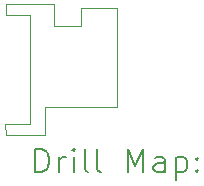
<source format=gbr>
%TF.GenerationSoftware,KiCad,Pcbnew,(6.0.8)*%
%TF.CreationDate,2022-11-07T05:49:55-05:00*%
%TF.ProjectId,2-input-or-gate,322d696e-7075-4742-9d6f-722d67617465,rev?*%
%TF.SameCoordinates,Original*%
%TF.FileFunction,Drillmap*%
%TF.FilePolarity,Positive*%
%FSLAX45Y45*%
G04 Gerber Fmt 4.5, Leading zero omitted, Abs format (unit mm)*
G04 Created by KiCad (PCBNEW (6.0.8)) date 2022-11-07 05:49:55*
%MOMM*%
%LPD*%
G01*
G04 APERTURE LIST*
%ADD10C,0.100000*%
%ADD11C,0.200000*%
G04 APERTURE END LIST*
D10*
X14552000Y-10246000D02*
X14220300Y-10245000D01*
X14859000Y-9321800D02*
X14859000Y-9169400D01*
X15163800Y-9169400D02*
X15163800Y-10007600D01*
X14630400Y-9321800D02*
X14859000Y-9321800D01*
X14630400Y-9139000D02*
X14630400Y-9321800D01*
X15163800Y-10007600D02*
X14554200Y-10007600D01*
X14220000Y-9138000D02*
X14630400Y-9139000D01*
X14554200Y-10007600D02*
X14555000Y-10242000D01*
X14430000Y-10150000D02*
X14430000Y-9230000D01*
X14430000Y-9230000D02*
X14220000Y-9230000D01*
X14219700Y-10150000D02*
X14430000Y-10150000D01*
X14859000Y-9169400D02*
X15163800Y-9169400D01*
X14220300Y-10245000D02*
X14219700Y-10150000D01*
X14220000Y-9230000D02*
X14220000Y-9140000D01*
D11*
X14472319Y-10561476D02*
X14472319Y-10361476D01*
X14519938Y-10361476D01*
X14548509Y-10371000D01*
X14567557Y-10390048D01*
X14577081Y-10409095D01*
X14586605Y-10447190D01*
X14586605Y-10475762D01*
X14577081Y-10513857D01*
X14567557Y-10532905D01*
X14548509Y-10551952D01*
X14519938Y-10561476D01*
X14472319Y-10561476D01*
X14672319Y-10561476D02*
X14672319Y-10428143D01*
X14672319Y-10466238D02*
X14681843Y-10447190D01*
X14691367Y-10437667D01*
X14710414Y-10428143D01*
X14729462Y-10428143D01*
X14796128Y-10561476D02*
X14796128Y-10428143D01*
X14796128Y-10361476D02*
X14786605Y-10371000D01*
X14796128Y-10380524D01*
X14805652Y-10371000D01*
X14796128Y-10361476D01*
X14796128Y-10380524D01*
X14919938Y-10561476D02*
X14900890Y-10551952D01*
X14891367Y-10532905D01*
X14891367Y-10361476D01*
X15024700Y-10561476D02*
X15005652Y-10551952D01*
X14996128Y-10532905D01*
X14996128Y-10361476D01*
X15253271Y-10561476D02*
X15253271Y-10361476D01*
X15319938Y-10504333D01*
X15386605Y-10361476D01*
X15386605Y-10561476D01*
X15567557Y-10561476D02*
X15567557Y-10456714D01*
X15558033Y-10437667D01*
X15538986Y-10428143D01*
X15500890Y-10428143D01*
X15481843Y-10437667D01*
X15567557Y-10551952D02*
X15548509Y-10561476D01*
X15500890Y-10561476D01*
X15481843Y-10551952D01*
X15472319Y-10532905D01*
X15472319Y-10513857D01*
X15481843Y-10494810D01*
X15500890Y-10485286D01*
X15548509Y-10485286D01*
X15567557Y-10475762D01*
X15662795Y-10428143D02*
X15662795Y-10628143D01*
X15662795Y-10437667D02*
X15681843Y-10428143D01*
X15719938Y-10428143D01*
X15738986Y-10437667D01*
X15748509Y-10447190D01*
X15758033Y-10466238D01*
X15758033Y-10523381D01*
X15748509Y-10542429D01*
X15738986Y-10551952D01*
X15719938Y-10561476D01*
X15681843Y-10561476D01*
X15662795Y-10551952D01*
X15843748Y-10542429D02*
X15853271Y-10551952D01*
X15843748Y-10561476D01*
X15834224Y-10551952D01*
X15843748Y-10542429D01*
X15843748Y-10561476D01*
X15843748Y-10437667D02*
X15853271Y-10447190D01*
X15843748Y-10456714D01*
X15834224Y-10447190D01*
X15843748Y-10437667D01*
X15843748Y-10456714D01*
M02*

</source>
